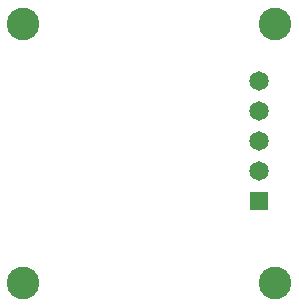
<source format=gbr>
G04*
G04 #@! TF.GenerationSoftware,Altium Limited,Altium Designer,23.6.0 (18)*
G04*
G04 Layer_Physical_Order=2*
G04 Layer_Color=16711680*
%FSLAX44Y44*%
%MOMM*%
G71*
G04*
G04 #@! TF.SameCoordinates,DC424E90-4BFD-41C5-918A-45E65C1FA00B*
G04*
G04*
G04 #@! TF.FilePolarity,Positive*
G04*
G01*
G75*
%ADD18C,1.6500*%
%ADD19R,1.6500X1.6500*%
%ADD20C,2.7620*%
D18*
X219710Y191770D02*
D03*
Y166370D02*
D03*
Y140970D02*
D03*
Y115570D02*
D03*
D19*
Y90170D02*
D03*
D20*
X233680Y20320D02*
D03*
Y240030D02*
D03*
X20320D02*
D03*
Y20320D02*
D03*
M02*

</source>
